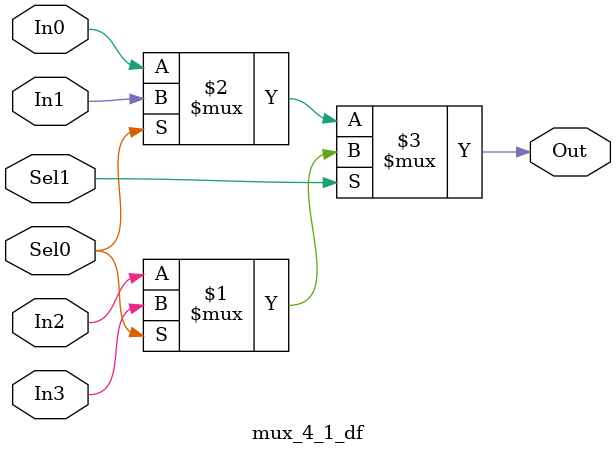
<source format=v>
module mux_4_1_df(Out, In0, In1, In2, In3, Sel1, Sel0);

	output Out;
	input In0, In1, In2, In3, Sel1, Sel0;
	wire Out;
	
//	always @(Sel1 or Sel0 or In0 or In1 or In2 or In3)
//		case ({Sel1, Sel0})
//		
//			2'b00 Out = In0;
//			2'b01 Out = In1;
//			2'b10 Out = In2;
//			2'b11 Out = In3;
//	
//			default : Out = 1'bx;
//		endcase

	
	
		assign Out = Sel1 ? (Sel0 ? In3 : In2) : (Sel0 ? In1 : In0);
			
endmodule
</source>
